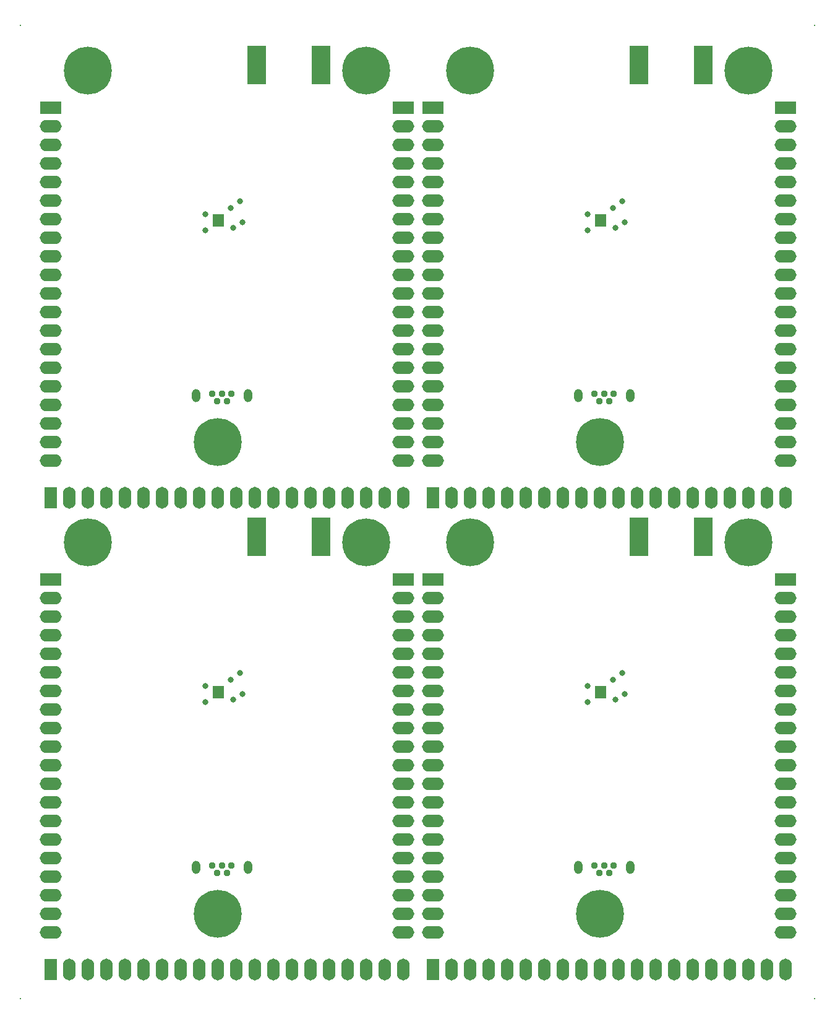
<source format=gbs>
G04 Layer_Color=16711935*
%FSLAX25Y25*%
%MOIN*%
G70*
G01*
G75*
%ADD64R,0.10308X0.20800*%
%ADD73C,0.00800*%
%ADD74C,0.03753*%
G04:AMPARAMS|DCode=75|XSize=47.37mil|YSize=70.99mil|CornerRadius=23.68mil|HoleSize=0mil|Usage=FLASHONLY|Rotation=0.000|XOffset=0mil|YOffset=0mil|HoleType=Round|Shape=RoundedRectangle|*
%AMROUNDEDRECTD75*
21,1,0.04737,0.02362,0,0,0.0*
21,1,0.00000,0.07099,0,0,0.0*
1,1,0.04737,0.00000,-0.01181*
1,1,0.04737,0.00000,-0.01181*
1,1,0.04737,0.00000,0.01181*
1,1,0.04737,0.00000,0.01181*
%
%ADD75ROUNDEDRECTD75*%
%ADD76O,0.06800X0.11800*%
%ADD77C,0.25800*%
%ADD78R,0.11800X0.06800*%
%ADD79O,0.11800X0.06800*%
%ADD80R,0.06800X0.11800*%
%ADD81C,0.03200*%
%ADD82R,0.06299X0.07087*%
%ADD83R,0.05800X0.03300*%
D64*
X153954Y241000D02*
D03*
X119446D02*
D03*
X359954D02*
D03*
X325446D02*
D03*
X153954Y495000D02*
D03*
X119446D02*
D03*
X359954D02*
D03*
X325446D02*
D03*
D73*
X-7874Y516374D02*
D03*
X-7874Y-7874D02*
D03*
X419874D02*
D03*
Y516374D02*
D03*
D74*
X95507Y63866D02*
D03*
X98066Y59929D02*
D03*
X100625Y63866D02*
D03*
X105743D02*
D03*
X103184Y59929D02*
D03*
X301507Y63866D02*
D03*
X304066Y59929D02*
D03*
X306625Y63866D02*
D03*
X311743D02*
D03*
X309184Y59929D02*
D03*
X95507Y317866D02*
D03*
X98066Y313929D02*
D03*
X100625Y317866D02*
D03*
X105743D02*
D03*
X103184Y313929D02*
D03*
X301507Y317866D02*
D03*
X304066Y313929D02*
D03*
X306625Y317866D02*
D03*
X311743D02*
D03*
X309184Y313929D02*
D03*
D75*
X86550Y63000D02*
D03*
X114700D02*
D03*
X292550D02*
D03*
X320700D02*
D03*
X86550Y317000D02*
D03*
X114700D02*
D03*
X292550D02*
D03*
X320700D02*
D03*
D76*
X48200Y8000D02*
D03*
X28200D02*
D03*
X38200D02*
D03*
X58200D02*
D03*
X18200D02*
D03*
X68200D02*
D03*
X78200D02*
D03*
X88200D02*
D03*
X98200D02*
D03*
X108200D02*
D03*
X118200D02*
D03*
X128200D02*
D03*
X138200D02*
D03*
X148200D02*
D03*
X158200D02*
D03*
X168200D02*
D03*
X178200D02*
D03*
X188200D02*
D03*
X198200D02*
D03*
X254200D02*
D03*
X234200D02*
D03*
X244200D02*
D03*
X264200D02*
D03*
X224200D02*
D03*
X274200D02*
D03*
X284200D02*
D03*
X294200D02*
D03*
X304200D02*
D03*
X314200D02*
D03*
X324200D02*
D03*
X334200D02*
D03*
X344200D02*
D03*
X354200D02*
D03*
X364200D02*
D03*
X374200D02*
D03*
X384200D02*
D03*
X394200D02*
D03*
X404200D02*
D03*
X48200Y262000D02*
D03*
X28200D02*
D03*
X38200D02*
D03*
X58200D02*
D03*
X18200D02*
D03*
X68200D02*
D03*
X78200D02*
D03*
X88200D02*
D03*
X98200D02*
D03*
X108200D02*
D03*
X118200D02*
D03*
X128200D02*
D03*
X138200D02*
D03*
X148200D02*
D03*
X158200D02*
D03*
X168200D02*
D03*
X178200D02*
D03*
X188200D02*
D03*
X198200D02*
D03*
X254200D02*
D03*
X234200D02*
D03*
X244200D02*
D03*
X264200D02*
D03*
X224200D02*
D03*
X274200D02*
D03*
X284200D02*
D03*
X294200D02*
D03*
X304200D02*
D03*
X314200D02*
D03*
X324200D02*
D03*
X334200D02*
D03*
X344200D02*
D03*
X354200D02*
D03*
X364200D02*
D03*
X374200D02*
D03*
X384200D02*
D03*
X394200D02*
D03*
X404200D02*
D03*
D77*
X98200Y38000D02*
D03*
X28200Y238000D02*
D03*
X178200D02*
D03*
X304200Y38000D02*
D03*
X234200Y238000D02*
D03*
X384200D02*
D03*
X98200Y292000D02*
D03*
X28200Y492000D02*
D03*
X178200D02*
D03*
X304200Y292000D02*
D03*
X234200Y492000D02*
D03*
X384200D02*
D03*
D78*
X8200Y218000D02*
D03*
X198200D02*
D03*
X214200D02*
D03*
X404200D02*
D03*
X8200Y472000D02*
D03*
X198200D02*
D03*
X214200D02*
D03*
X404200D02*
D03*
D79*
X8200Y208000D02*
D03*
Y198000D02*
D03*
Y188000D02*
D03*
Y178000D02*
D03*
Y168000D02*
D03*
Y158000D02*
D03*
Y148000D02*
D03*
Y138000D02*
D03*
Y128000D02*
D03*
Y118000D02*
D03*
Y108000D02*
D03*
Y98000D02*
D03*
Y88000D02*
D03*
Y78000D02*
D03*
Y68000D02*
D03*
Y58000D02*
D03*
Y48000D02*
D03*
Y38000D02*
D03*
Y28000D02*
D03*
X198200Y208000D02*
D03*
Y198000D02*
D03*
Y188000D02*
D03*
Y178000D02*
D03*
Y168000D02*
D03*
Y158000D02*
D03*
Y148000D02*
D03*
Y138000D02*
D03*
Y128000D02*
D03*
Y118000D02*
D03*
Y108000D02*
D03*
Y98000D02*
D03*
Y88000D02*
D03*
Y78000D02*
D03*
Y68000D02*
D03*
Y58000D02*
D03*
Y48000D02*
D03*
Y38000D02*
D03*
Y28000D02*
D03*
X214200Y208000D02*
D03*
Y198000D02*
D03*
Y188000D02*
D03*
Y178000D02*
D03*
Y168000D02*
D03*
Y158000D02*
D03*
Y148000D02*
D03*
Y138000D02*
D03*
Y128000D02*
D03*
Y118000D02*
D03*
Y108000D02*
D03*
Y98000D02*
D03*
Y88000D02*
D03*
Y78000D02*
D03*
Y68000D02*
D03*
Y58000D02*
D03*
Y48000D02*
D03*
Y38000D02*
D03*
Y28000D02*
D03*
X404200Y208000D02*
D03*
Y198000D02*
D03*
Y188000D02*
D03*
Y178000D02*
D03*
Y168000D02*
D03*
Y158000D02*
D03*
Y148000D02*
D03*
Y138000D02*
D03*
Y128000D02*
D03*
Y118000D02*
D03*
Y108000D02*
D03*
Y98000D02*
D03*
Y88000D02*
D03*
Y78000D02*
D03*
Y68000D02*
D03*
Y58000D02*
D03*
Y48000D02*
D03*
Y38000D02*
D03*
Y28000D02*
D03*
X8200Y462000D02*
D03*
Y452000D02*
D03*
Y442000D02*
D03*
Y432000D02*
D03*
Y422000D02*
D03*
Y412000D02*
D03*
Y402000D02*
D03*
Y392000D02*
D03*
Y382000D02*
D03*
Y372000D02*
D03*
Y362000D02*
D03*
Y352000D02*
D03*
Y342000D02*
D03*
Y332000D02*
D03*
Y322000D02*
D03*
Y312000D02*
D03*
Y302000D02*
D03*
Y292000D02*
D03*
Y282000D02*
D03*
X198200Y462000D02*
D03*
Y452000D02*
D03*
Y442000D02*
D03*
Y432000D02*
D03*
Y422000D02*
D03*
Y412000D02*
D03*
Y402000D02*
D03*
Y392000D02*
D03*
Y382000D02*
D03*
Y372000D02*
D03*
Y362000D02*
D03*
Y352000D02*
D03*
Y342000D02*
D03*
Y332000D02*
D03*
Y322000D02*
D03*
Y312000D02*
D03*
Y302000D02*
D03*
Y292000D02*
D03*
Y282000D02*
D03*
X214200Y462000D02*
D03*
Y452000D02*
D03*
Y442000D02*
D03*
Y432000D02*
D03*
Y422000D02*
D03*
Y412000D02*
D03*
Y402000D02*
D03*
Y392000D02*
D03*
Y382000D02*
D03*
Y372000D02*
D03*
Y362000D02*
D03*
Y352000D02*
D03*
Y342000D02*
D03*
Y332000D02*
D03*
Y322000D02*
D03*
Y312000D02*
D03*
Y302000D02*
D03*
Y292000D02*
D03*
Y282000D02*
D03*
X404200Y462000D02*
D03*
Y452000D02*
D03*
Y442000D02*
D03*
Y432000D02*
D03*
Y422000D02*
D03*
Y412000D02*
D03*
Y402000D02*
D03*
Y392000D02*
D03*
Y382000D02*
D03*
Y372000D02*
D03*
Y362000D02*
D03*
Y352000D02*
D03*
Y342000D02*
D03*
Y332000D02*
D03*
Y322000D02*
D03*
Y312000D02*
D03*
Y302000D02*
D03*
Y292000D02*
D03*
Y282000D02*
D03*
D80*
X8200Y8000D02*
D03*
X214200D02*
D03*
X8200Y262000D02*
D03*
X214200D02*
D03*
D81*
X110200Y167700D02*
D03*
X105300Y164000D02*
D03*
X106700Y153200D02*
D03*
X111700Y156400D02*
D03*
X91700Y152000D02*
D03*
Y160500D02*
D03*
X316200Y167700D02*
D03*
X311300Y164000D02*
D03*
X312700Y153200D02*
D03*
X317700Y156400D02*
D03*
X297700Y152000D02*
D03*
Y160500D02*
D03*
X110200Y421700D02*
D03*
X105300Y418000D02*
D03*
X106700Y407200D02*
D03*
X111700Y410400D02*
D03*
X91700Y406000D02*
D03*
Y414500D02*
D03*
X316200Y421700D02*
D03*
X311300Y418000D02*
D03*
X312700Y407200D02*
D03*
X317700Y410400D02*
D03*
X297700Y406000D02*
D03*
Y414500D02*
D03*
D82*
X98700Y157121D02*
D03*
X304700D02*
D03*
X98700Y411121D02*
D03*
X304700D02*
D03*
D83*
X98700Y158743D02*
D03*
Y155500D02*
D03*
X304700Y158743D02*
D03*
Y155500D02*
D03*
X98700Y412743D02*
D03*
Y409500D02*
D03*
X304700Y412743D02*
D03*
Y409500D02*
D03*
M02*

</source>
